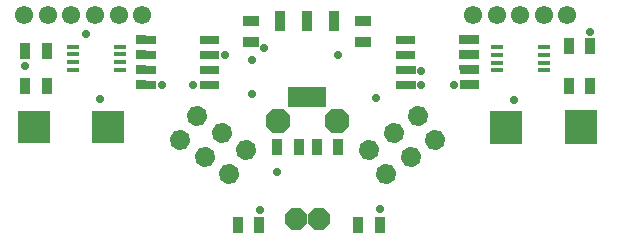
<source format=gbr>
G04 EAGLE Gerber X2 export*
G04 #@! %TF.Part,Single*
G04 #@! %TF.FileFunction,Soldermask,Top,1*
G04 #@! %TF.FilePolarity,Negative*
G04 #@! %TF.GenerationSoftware,Autodesk,EAGLE,8.6.0*
G04 #@! %TF.CreationDate,2018-03-03T07:31:49Z*
G75*
%MOMM*%
%FSLAX34Y34*%
%LPD*%
%AMOC8*
5,1,8,0,0,1.08239X$1,22.5*%
G01*
%ADD10C,1.549400*%
%ADD11R,0.927000X1.327000*%
%ADD12R,2.677000X2.827000*%
%ADD13P,1.787026X8X168.200000*%
%ADD14P,1.787026X8X57.000000*%
%ADD15R,1.077000X0.427000*%
%ADD16R,1.677000X0.727000*%
%ADD17R,1.327000X0.927000*%
%ADD18R,0.965200X1.727200*%
%ADD19R,3.225800X1.727200*%
%ADD20P,2.226909X8X22.500000*%
%ADD21P,1.951982X8X22.500000*%
%ADD22C,0.731000*%


D10*
X310000Y320000D03*
D11*
X509000Y141900D03*
X491000Y141900D03*
D12*
X381400Y225100D03*
X318000Y225100D03*
D11*
X611000Y142700D03*
X593000Y142700D03*
D12*
G36*
X704791Y239156D02*
X731560Y239203D01*
X731609Y210934D01*
X704840Y210887D01*
X704791Y239156D01*
G37*
G36*
X768191Y239266D02*
X794960Y239313D01*
X795009Y211044D01*
X768240Y210997D01*
X768191Y239266D01*
G37*
D13*
X498163Y206208D03*
X483850Y185225D03*
X477180Y220521D03*
X462867Y199539D03*
X456198Y234835D03*
X441884Y213852D03*
D10*
X330000Y320000D03*
X350000Y320000D03*
X370000Y320000D03*
X390000Y320000D03*
D14*
X616288Y185169D03*
X601901Y206101D03*
X637221Y199555D03*
X622834Y220488D03*
X658154Y213942D03*
X643767Y234875D03*
D10*
X710000Y320000D03*
X730000Y320000D03*
X750000Y320000D03*
X770000Y320000D03*
D11*
X311000Y259900D03*
X329000Y259900D03*
X311000Y290000D03*
X329000Y290000D03*
X789000Y260000D03*
X771000Y260000D03*
X789000Y294000D03*
X771000Y294000D03*
D15*
X351350Y280350D03*
X351350Y273850D03*
X351350Y286850D03*
X351350Y293350D03*
X390850Y293350D03*
X390850Y286850D03*
X390850Y280350D03*
X390850Y273850D03*
D16*
G36*
X404633Y290046D02*
X421402Y290017D01*
X421389Y282748D01*
X404620Y282777D01*
X404633Y290046D01*
G37*
G36*
X404655Y302746D02*
X421424Y302717D01*
X421411Y295448D01*
X404642Y295477D01*
X404655Y302746D01*
G37*
G36*
X404611Y277346D02*
X421380Y277317D01*
X421367Y270048D01*
X404598Y270077D01*
X404611Y277346D01*
G37*
G36*
X404589Y264646D02*
X421358Y264617D01*
X421345Y257348D01*
X404576Y257377D01*
X404589Y264646D01*
G37*
G36*
X458589Y264552D02*
X475358Y264523D01*
X475345Y257254D01*
X458576Y257283D01*
X458589Y264552D01*
G37*
G36*
X458611Y277252D02*
X475380Y277223D01*
X475367Y269954D01*
X458598Y269983D01*
X458611Y277252D01*
G37*
G36*
X458633Y289952D02*
X475402Y289923D01*
X475389Y282654D01*
X458620Y282683D01*
X458633Y289952D01*
G37*
G36*
X458655Y302652D02*
X475424Y302623D01*
X475411Y295354D01*
X458642Y295383D01*
X458655Y302652D01*
G37*
D15*
X750150Y286350D03*
X750150Y292850D03*
X750150Y279850D03*
X750150Y273350D03*
X710650Y273350D03*
X710650Y279850D03*
X710650Y286350D03*
X710650Y292850D03*
D16*
G36*
X695436Y270200D02*
X678668Y270113D01*
X678630Y277382D01*
X695398Y277469D01*
X695436Y270200D01*
G37*
G36*
X695502Y257501D02*
X678734Y257414D01*
X678696Y264683D01*
X695464Y264770D01*
X695502Y257501D01*
G37*
G36*
X695369Y282900D02*
X678601Y282813D01*
X678563Y290082D01*
X695331Y290169D01*
X695369Y282900D01*
G37*
G36*
X695303Y295600D02*
X678535Y295513D01*
X678497Y302782D01*
X695265Y302869D01*
X695303Y295600D01*
G37*
G36*
X641304Y295317D02*
X624536Y295230D01*
X624498Y302499D01*
X641266Y302586D01*
X641304Y295317D01*
G37*
G36*
X641370Y282618D02*
X624602Y282531D01*
X624564Y289800D01*
X641332Y289887D01*
X641370Y282618D01*
G37*
G36*
X641437Y269918D02*
X624669Y269831D01*
X624631Y277100D01*
X641399Y277187D01*
X641437Y269918D01*
G37*
G36*
X641503Y257218D02*
X624735Y257131D01*
X624697Y264400D01*
X641465Y264487D01*
X641503Y257218D01*
G37*
D17*
X597000Y315000D03*
X597000Y297000D03*
D18*
X572800Y314804D03*
X549800Y314804D03*
X526800Y314804D03*
D19*
X549800Y250796D03*
D17*
X502000Y315000D03*
X502000Y297000D03*
D11*
X524400Y208000D03*
X542400Y208000D03*
X557800Y208000D03*
X575800Y208000D03*
D10*
X690000Y320000D03*
X410000Y320000D03*
D20*
X575000Y230000D03*
X525000Y230000D03*
D21*
X540000Y147000D03*
X560000Y147000D03*
D22*
X374000Y249000D03*
X311000Y277000D03*
X725000Y248000D03*
X480000Y286000D03*
X646000Y273000D03*
X576000Y286000D03*
X513000Y292000D03*
X611000Y156000D03*
X510000Y155000D03*
X524400Y187400D03*
X789000Y306000D03*
X503000Y281900D03*
X362000Y304000D03*
X503000Y253000D03*
X426590Y260960D03*
X452740Y260670D03*
X674000Y261000D03*
X646000Y261000D03*
X607916Y250000D03*
M02*

</source>
